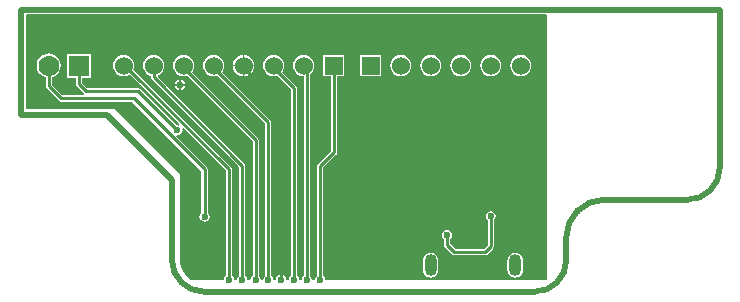
<source format=gbl>
G04*
G04 #@! TF.GenerationSoftware,Altium Limited,CircuitStudio,1.5.2 (30)*
G04*
G04 Layer_Physical_Order=4*
G04 Layer_Color=12500520*
%FSLAX44Y44*%
%MOMM*%
G71*
G01*
G75*
%ADD20C,0.2540*%
%ADD21C,0.5000*%
%ADD22C,1.5240*%
%ADD23R,1.5240X1.5240*%
%ADD25O,1.0500X1.8500*%
%ADD26R,1.7780X1.7780*%
%ADD27C,1.7780*%
%ADD28C,0.6000*%
G36*
X614342Y506295D02*
X615240Y505397D01*
X615240Y281000D01*
X427516Y280987D01*
X427264Y281295D01*
X426932Y282961D01*
X425989Y284373D01*
X425500Y284700D01*
Y376837D01*
X436171Y387509D01*
X436733Y388349D01*
X436930Y389340D01*
Y454035D01*
X443230D01*
Y471815D01*
X425450D01*
Y454035D01*
X431750D01*
Y390413D01*
X421079Y379741D01*
X420517Y378901D01*
X420320Y377910D01*
Y284700D01*
X419832Y284373D01*
X418888Y282961D01*
X418556Y281295D01*
X418303Y280986D01*
X416087Y280986D01*
X415834Y281295D01*
X415502Y282961D01*
X414558Y284373D01*
X414070Y284700D01*
Y455656D01*
X415280Y456585D01*
X416705Y458442D01*
X417601Y460604D01*
X417907Y462925D01*
X417601Y465246D01*
X416705Y467408D01*
X415280Y469266D01*
X413423Y470690D01*
X411261Y471586D01*
X408940Y471892D01*
X406619Y471586D01*
X404457Y470690D01*
X402600Y469266D01*
X401175Y467408D01*
X400279Y465246D01*
X399973Y462925D01*
X400279Y460604D01*
X401175Y458442D01*
X402600Y456585D01*
X404457Y455160D01*
X406619Y454264D01*
X408890Y453965D01*
Y284700D01*
X408401Y284373D01*
X407458Y282961D01*
X407126Y281295D01*
X406872Y280986D01*
X405308Y280985D01*
X405054Y281295D01*
X404722Y282961D01*
X403778Y284373D01*
X403290Y284700D01*
Y443850D01*
X403093Y444841D01*
X402531Y445681D01*
X390639Y457573D01*
X391305Y458442D01*
X392201Y460604D01*
X392507Y462925D01*
X392201Y465246D01*
X391305Y467408D01*
X389880Y469266D01*
X388023Y470690D01*
X385861Y471586D01*
X383540Y471892D01*
X381219Y471586D01*
X379057Y470690D01*
X377200Y469266D01*
X375775Y467408D01*
X374879Y465246D01*
X374573Y462925D01*
X374879Y460604D01*
X375775Y458442D01*
X377200Y456585D01*
X379057Y455160D01*
X381219Y454264D01*
X383540Y453958D01*
X385861Y454264D01*
X386400Y454487D01*
X398110Y442777D01*
Y284700D01*
X397621Y284373D01*
X396678Y282961D01*
X396346Y281295D01*
X396092Y280985D01*
X394339Y280985D01*
X394084Y281295D01*
X393750Y282973D01*
X392800Y284395D01*
X391378Y285345D01*
X390350Y285550D01*
Y281295D01*
X389050D01*
Y285550D01*
X388022Y285345D01*
X386600Y284395D01*
X385649Y282973D01*
X385316Y281295D01*
X385061Y280984D01*
X383549Y280984D01*
X383294Y281295D01*
X382962Y282961D01*
X382019Y284373D01*
X381530Y284700D01*
Y414810D01*
X381333Y415801D01*
X380771Y416641D01*
X339839Y457573D01*
X340505Y458442D01*
X341401Y460604D01*
X341707Y462925D01*
X341401Y465246D01*
X340505Y467408D01*
X339080Y469266D01*
X337223Y470690D01*
X335061Y471586D01*
X332740Y471892D01*
X330419Y471586D01*
X328257Y470690D01*
X326400Y469266D01*
X324975Y467408D01*
X324079Y465246D01*
X323773Y462925D01*
X324079Y460604D01*
X324975Y458442D01*
X326400Y456585D01*
X328257Y455160D01*
X330419Y454264D01*
X332740Y453958D01*
X335061Y454264D01*
X335600Y454487D01*
X376350Y413737D01*
Y284700D01*
X375862Y284373D01*
X374918Y282961D01*
X374586Y281295D01*
X374331Y280983D01*
X372850Y280983D01*
X372594Y281295D01*
X372262Y282961D01*
X371319Y284373D01*
X370830Y284700D01*
Y400110D01*
X370633Y401101D01*
X370071Y401941D01*
X314439Y457573D01*
X315105Y458442D01*
X316001Y460604D01*
X316307Y462925D01*
X316001Y465246D01*
X315105Y467408D01*
X313680Y469266D01*
X311823Y470690D01*
X309661Y471586D01*
X307340Y471892D01*
X305019Y471586D01*
X302857Y470690D01*
X301000Y469266D01*
X299575Y467408D01*
X298679Y465246D01*
X298373Y462925D01*
X298679Y460604D01*
X299575Y458442D01*
X301000Y456585D01*
X302857Y455160D01*
X305019Y454264D01*
X307340Y453958D01*
X309661Y454264D01*
X310200Y454487D01*
X365650Y399037D01*
Y284700D01*
X365162Y284373D01*
X364218Y282961D01*
X363886Y281295D01*
X363630Y280982D01*
X361480Y280982D01*
X361224Y281295D01*
X360892Y282961D01*
X359949Y284373D01*
X359460Y284700D01*
Y378130D01*
X359263Y379121D01*
X358701Y379961D01*
X285330Y453332D01*
X285628Y454830D01*
X286423Y455160D01*
X288280Y456585D01*
X289705Y458442D01*
X290601Y460604D01*
X290907Y462925D01*
X290601Y465246D01*
X289705Y467408D01*
X288280Y469266D01*
X286423Y470690D01*
X284261Y471586D01*
X281940Y471892D01*
X279619Y471586D01*
X277457Y470690D01*
X275600Y469266D01*
X274175Y467408D01*
X273279Y465246D01*
X272973Y462925D01*
X273279Y460604D01*
X274175Y458442D01*
X275600Y456585D01*
X277457Y455160D01*
X279350Y454375D01*
Y453060D01*
X279547Y452069D01*
X280109Y451229D01*
X354280Y377057D01*
Y284700D01*
X353792Y284373D01*
X352848Y282961D01*
X352516Y281295D01*
X352259Y280982D01*
X350311Y280982D01*
X350054Y281295D01*
X349722Y282961D01*
X348778Y284373D01*
X348290Y284700D01*
Y375040D01*
X348093Y376031D01*
X347531Y376871D01*
X264790Y459612D01*
X265201Y460604D01*
X265507Y462925D01*
X265201Y465246D01*
X264305Y467408D01*
X262880Y469266D01*
X261023Y470690D01*
X258861Y471586D01*
X256540Y471892D01*
X254219Y471586D01*
X252057Y470690D01*
X250200Y469266D01*
X248775Y467408D01*
X247879Y465246D01*
X247573Y462925D01*
X247879Y460604D01*
X248775Y458442D01*
X250200Y456585D01*
X252057Y455160D01*
X254219Y454264D01*
X256540Y453958D01*
X258861Y454264D01*
X261023Y455160D01*
X261530Y455548D01*
X303784Y413294D01*
X303158Y412123D01*
X302000Y412354D01*
X301423Y412239D01*
X270831Y442831D01*
X269991Y443393D01*
X269000Y443590D01*
X225608D01*
X221030Y448168D01*
Y452765D01*
X228600D01*
Y473085D01*
X208280D01*
Y452765D01*
X215850D01*
Y447095D01*
X216047Y446104D01*
X216609Y445264D01*
X222704Y439169D01*
X223166Y438860D01*
X222781Y437590D01*
X204608D01*
X195630Y446568D01*
Y453018D01*
X195692Y453027D01*
X198164Y454050D01*
X200286Y455679D01*
X201915Y457801D01*
X202938Y460273D01*
X203288Y462925D01*
X202938Y465577D01*
X201915Y468049D01*
X200286Y470171D01*
X198164Y471800D01*
X195692Y472823D01*
X193040Y473173D01*
X190388Y472823D01*
X187916Y471800D01*
X185794Y470171D01*
X184165Y468049D01*
X183141Y465577D01*
X182792Y462925D01*
X183141Y460273D01*
X184165Y457801D01*
X185794Y455679D01*
X187916Y454050D01*
X190388Y453027D01*
X190450Y453018D01*
Y445495D01*
X190647Y444504D01*
X191209Y443664D01*
X201704Y433169D01*
X202544Y432607D01*
X203535Y432410D01*
X263927D01*
X322410Y373927D01*
Y338405D01*
X321922Y338078D01*
X320978Y336666D01*
X320646Y335000D01*
X320978Y333334D01*
X321922Y331922D01*
X323334Y330978D01*
X325000Y330646D01*
X326666Y330978D01*
X328078Y331922D01*
X329022Y333334D01*
X329354Y335000D01*
X329022Y336666D01*
X328078Y338078D01*
X327590Y338405D01*
Y375000D01*
X327393Y375991D01*
X326831Y376831D01*
X301140Y402523D01*
X301766Y403693D01*
X302000Y403646D01*
X303666Y403978D01*
X305079Y404921D01*
X306022Y406334D01*
X306354Y408000D01*
X306123Y409158D01*
X307294Y409784D01*
X343110Y373967D01*
Y284700D01*
X342621Y284373D01*
X341678Y282961D01*
X341346Y281295D01*
X341089Y280981D01*
X313790Y280979D01*
X311118Y283172D01*
X308149Y286790D01*
X305942Y290918D01*
X304584Y295396D01*
X304250Y298788D01*
X304240Y300054D01*
X304240Y300054D01*
X304240Y300054D01*
Y371295D01*
X249240Y426295D01*
X174240D01*
Y505397D01*
X175138Y506295D01*
X614342Y506295D01*
D02*
G37*
%LPC*%
G36*
X303590Y450550D02*
X302562Y450345D01*
X301140Y449395D01*
X300189Y447973D01*
X299985Y446945D01*
X303590D01*
Y450550D01*
D02*
G37*
G36*
X308495Y445645D02*
X304890D01*
Y442040D01*
X305918Y442244D01*
X307340Y443195D01*
X308291Y444617D01*
X308495Y445645D01*
D02*
G37*
G36*
X491140Y471892D02*
X488819Y471586D01*
X486657Y470690D01*
X484800Y469266D01*
X483375Y467408D01*
X482479Y465246D01*
X482173Y462925D01*
X482479Y460604D01*
X483375Y458442D01*
X484800Y456585D01*
X486657Y455160D01*
X488819Y454264D01*
X491140Y453958D01*
X493461Y454264D01*
X495623Y455160D01*
X497480Y456585D01*
X498905Y458442D01*
X499801Y460604D01*
X500107Y462925D01*
X499801Y465246D01*
X498905Y467408D01*
X497480Y469266D01*
X495623Y470690D01*
X493461Y471586D01*
X491140Y471892D01*
D02*
G37*
G36*
X304890Y450550D02*
Y446945D01*
X308495D01*
X308291Y447973D01*
X307340Y449395D01*
X305918Y450345D01*
X304890Y450550D01*
D02*
G37*
G36*
X587990Y304371D02*
X586288Y304147D01*
X584702Y303490D01*
X583340Y302445D01*
X582295Y301083D01*
X581638Y299497D01*
X581414Y297795D01*
Y289795D01*
X581638Y288093D01*
X582295Y286507D01*
X583340Y285145D01*
X584702Y284100D01*
X586288Y283443D01*
X587990Y283219D01*
X589692Y283443D01*
X591278Y284100D01*
X592640Y285145D01*
X593685Y286507D01*
X594342Y288093D01*
X594566Y289795D01*
Y297795D01*
X594342Y299497D01*
X593685Y301083D01*
X592640Y302445D01*
X591278Y303490D01*
X589692Y304147D01*
X587990Y304371D01*
D02*
G37*
G36*
X516490D02*
X514788Y304147D01*
X513202Y303490D01*
X511840Y302445D01*
X510795Y301083D01*
X510138Y299497D01*
X509914Y297795D01*
Y289795D01*
X510138Y288093D01*
X510795Y286507D01*
X511840Y285145D01*
X513202Y284100D01*
X514788Y283443D01*
X516490Y283219D01*
X518192Y283443D01*
X519778Y284100D01*
X521140Y285145D01*
X522185Y286507D01*
X522842Y288093D01*
X523066Y289795D01*
Y297795D01*
X522842Y299497D01*
X522185Y301083D01*
X521140Y302445D01*
X519778Y303490D01*
X518192Y304147D01*
X516490Y304371D01*
D02*
G37*
G36*
X303590Y445645D02*
X299985D01*
X300189Y444617D01*
X301140Y443195D01*
X302562Y442244D01*
X303590Y442040D01*
Y445645D01*
D02*
G37*
G36*
X567240Y339649D02*
X565574Y339317D01*
X564161Y338373D01*
X563218Y336961D01*
X562886Y335295D01*
X563218Y333629D01*
X564161Y332216D01*
X564650Y331890D01*
Y310828D01*
X561707Y307885D01*
X537313D01*
X532830Y312368D01*
Y315890D01*
X533318Y316216D01*
X534262Y317629D01*
X534594Y319295D01*
X534262Y320961D01*
X533318Y322373D01*
X531906Y323317D01*
X530240Y323649D01*
X528574Y323317D01*
X527161Y322373D01*
X526218Y320961D01*
X525886Y319295D01*
X526218Y317629D01*
X527161Y316216D01*
X527650Y315890D01*
Y311295D01*
X527847Y310304D01*
X528409Y309464D01*
X534409Y303464D01*
X535249Y302902D01*
X536240Y302705D01*
X562780D01*
X563771Y302902D01*
X564611Y303464D01*
X569071Y307924D01*
X569633Y308764D01*
X569830Y309755D01*
Y331890D01*
X570318Y332216D01*
X571262Y333629D01*
X571594Y335295D01*
X571262Y336961D01*
X570318Y338373D01*
X568906Y339317D01*
X567240Y339649D01*
D02*
G37*
G36*
X474630Y471815D02*
X456850D01*
Y454035D01*
X474630D01*
Y471815D01*
D02*
G37*
G36*
X367051Y462275D02*
X358790D01*
Y454014D01*
X360469Y454235D01*
X362639Y455133D01*
X364502Y456563D01*
X365932Y458427D01*
X366830Y460596D01*
X367051Y462275D01*
D02*
G37*
G36*
X358790Y471836D02*
Y463575D01*
X367051D01*
X366830Y465254D01*
X365932Y467424D01*
X364502Y469287D01*
X362639Y470717D01*
X360469Y471615D01*
X358790Y471836D01*
D02*
G37*
G36*
X357490D02*
X355811Y471615D01*
X353642Y470717D01*
X351778Y469287D01*
X350348Y467424D01*
X349450Y465254D01*
X349229Y463575D01*
X357490D01*
Y471836D01*
D02*
G37*
G36*
Y462275D02*
X349229D01*
X349450Y460596D01*
X350348Y458427D01*
X351778Y456563D01*
X353642Y455133D01*
X355811Y454235D01*
X357490Y454014D01*
Y462275D01*
D02*
G37*
G36*
X541940Y471892D02*
X539619Y471586D01*
X537457Y470690D01*
X535600Y469266D01*
X534175Y467408D01*
X533279Y465246D01*
X532973Y462925D01*
X533279Y460604D01*
X534175Y458442D01*
X535600Y456585D01*
X537457Y455160D01*
X539619Y454264D01*
X541940Y453958D01*
X544261Y454264D01*
X546423Y455160D01*
X548280Y456585D01*
X549705Y458442D01*
X550601Y460604D01*
X550907Y462925D01*
X550601Y465246D01*
X549705Y467408D01*
X548280Y469266D01*
X546423Y470690D01*
X544261Y471586D01*
X541940Y471892D01*
D02*
G37*
G36*
X516540D02*
X514219Y471586D01*
X512057Y470690D01*
X510200Y469266D01*
X508775Y467408D01*
X507879Y465246D01*
X507573Y462925D01*
X507879Y460604D01*
X508775Y458442D01*
X510200Y456585D01*
X512057Y455160D01*
X514219Y454264D01*
X516540Y453958D01*
X518861Y454264D01*
X521023Y455160D01*
X522880Y456585D01*
X524305Y458442D01*
X525201Y460604D01*
X525507Y462925D01*
X525201Y465246D01*
X524305Y467408D01*
X522880Y469266D01*
X521023Y470690D01*
X518861Y471586D01*
X516540Y471892D01*
D02*
G37*
G36*
X592740D02*
X590419Y471586D01*
X588257Y470690D01*
X586400Y469266D01*
X584975Y467408D01*
X584079Y465246D01*
X583773Y462925D01*
X584079Y460604D01*
X584975Y458442D01*
X586400Y456585D01*
X588257Y455160D01*
X590419Y454264D01*
X592740Y453958D01*
X595061Y454264D01*
X597223Y455160D01*
X599080Y456585D01*
X600505Y458442D01*
X601401Y460604D01*
X601707Y462925D01*
X601401Y465246D01*
X600505Y467408D01*
X599080Y469266D01*
X597223Y470690D01*
X595061Y471586D01*
X592740Y471892D01*
D02*
G37*
G36*
X567340D02*
X565019Y471586D01*
X562857Y470690D01*
X561000Y469266D01*
X559575Y467408D01*
X558679Y465246D01*
X558373Y462925D01*
X558679Y460604D01*
X559575Y458442D01*
X561000Y456585D01*
X562857Y455160D01*
X565019Y454264D01*
X567340Y453958D01*
X569661Y454264D01*
X571823Y455160D01*
X573680Y456585D01*
X575105Y458442D01*
X576001Y460604D01*
X576307Y462925D01*
X576001Y465246D01*
X575105Y467408D01*
X573680Y469266D01*
X571823Y470690D01*
X569661Y471586D01*
X567340Y471892D01*
D02*
G37*
%LPD*%
D20*
X193040Y445495D02*
X203535Y435000D01*
X193040Y445495D02*
Y461580D01*
X203535Y435000D02*
X265000D01*
X345700Y281295D02*
Y375040D01*
X259730Y461010D02*
X345700Y375040D01*
X256540Y461010D02*
X259730D01*
X567240Y309755D02*
Y335295D01*
X562780Y305295D02*
X567240Y309755D01*
X536240Y305295D02*
X562780D01*
X530240Y311295D02*
X536240Y305295D01*
X530240Y311295D02*
Y319295D01*
X368240Y281295D02*
Y400110D01*
X307340Y461010D02*
X368240Y400110D01*
X389700Y281295D02*
Y429450D01*
X358140Y461010D02*
X389700Y429450D01*
X378940Y280670D02*
Y414810D01*
X383540Y461010D02*
X400700Y443850D01*
Y280670D02*
Y443850D01*
X408940Y461010D02*
X411480Y458470D01*
Y281295D02*
Y458470D01*
X434340Y389340D02*
Y461010D01*
X422910Y377910D02*
X434340Y389340D01*
X332740Y461010D02*
X378940Y414810D01*
X281940Y453060D02*
Y461010D01*
Y453060D02*
X356870Y378130D01*
Y280670D02*
Y378130D01*
X422910Y280670D02*
Y377910D01*
X325000Y335000D02*
Y375000D01*
X265000Y435000D02*
X325000Y375000D01*
X224535Y441000D02*
X269000D01*
X302000Y408000D01*
X218440Y447095D02*
X224535Y441000D01*
X218440Y447095D02*
Y461580D01*
D21*
X297169Y298995D02*
G03*
X324869Y271295I27700J0D01*
G01*
X604286D02*
G03*
X631240Y298249I0J26955D01*
G01*
X734015Y349295D02*
G03*
X761240Y376520I0J27225D01*
G01*
X662940Y349295D02*
G03*
X641260Y340315I0J-30661D01*
G01*
X640220Y339275D02*
G03*
X631240Y317595I21680J-21680D01*
G01*
Y298249D02*
Y317595D01*
X324869Y271295D02*
X604286D01*
X761240Y376520D02*
Y393995D01*
X614240Y510000D02*
X761240D01*
Y393995D02*
Y510000D01*
X662940Y349295D02*
X734015D01*
X640220Y339275D02*
X641260Y340315D01*
X169240Y510000D02*
X614240D01*
X169240Y421295D02*
Y510000D01*
X297169Y298995D02*
Y366295D01*
X242169Y421295D02*
X297169Y366295D01*
X169240Y421295D02*
X242169D01*
D22*
X307340Y462925D02*
D03*
X332740D02*
D03*
X358140D02*
D03*
X383540D02*
D03*
X408940D02*
D03*
X281940D02*
D03*
X256540D02*
D03*
X491140D02*
D03*
X516540D02*
D03*
X541940D02*
D03*
X567340D02*
D03*
X592740D02*
D03*
D23*
X434340D02*
D03*
X465740D02*
D03*
D25*
X516490Y293795D02*
D03*
X587990D02*
D03*
D26*
X218440Y462925D02*
D03*
D27*
X193040Y462925D02*
D03*
D28*
X567240Y335295D02*
D03*
X530240Y319295D02*
D03*
X422910Y281295D02*
D03*
X411480D02*
D03*
X400700D02*
D03*
X378940D02*
D03*
X356870D02*
D03*
X325000Y335000D02*
D03*
X302000Y408000D02*
D03*
X389700Y281295D02*
D03*
X368240D02*
D03*
X345700D02*
D03*
X304240Y446295D02*
D03*
M02*

</source>
